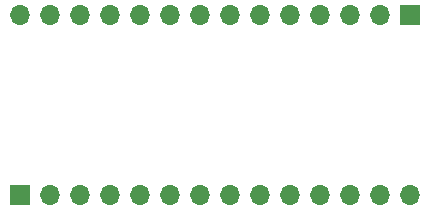
<source format=gbr>
%TF.GenerationSoftware,KiCad,Pcbnew,(6.0.0-0)*%
%TF.CreationDate,2022-01-31T01:53:58-05:00*%
%TF.ProjectId,PLCC32-Adapter,504c4343-3332-42d4-9164-61707465722e,rev?*%
%TF.SameCoordinates,Original*%
%TF.FileFunction,Copper,L2,Bot*%
%TF.FilePolarity,Positive*%
%FSLAX46Y46*%
G04 Gerber Fmt 4.6, Leading zero omitted, Abs format (unit mm)*
G04 Created by KiCad (PCBNEW (6.0.0-0)) date 2022-01-31 01:53:58*
%MOMM*%
%LPD*%
G01*
G04 APERTURE LIST*
%TA.AperFunction,ComponentPad*%
%ADD10R,1.700000X1.700000*%
%TD*%
%TA.AperFunction,ComponentPad*%
%ADD11O,1.700000X1.700000*%
%TD*%
G04 APERTURE END LIST*
D10*
%TO.P,J1,1,Pin_1*%
%TO.N,Net-(J1-Pad1)*%
X140970000Y-104394000D03*
D11*
%TO.P,J1,2,Pin_2*%
%TO.N,Net-(J1-Pad2)*%
X138430000Y-104394000D03*
%TO.P,J1,3,Pin_3*%
%TO.N,Net-(J1-Pad3)*%
X135890000Y-104394000D03*
%TO.P,J1,4,Pin_4*%
%TO.N,Net-(J1-Pad4)*%
X133350000Y-104394000D03*
%TO.P,J1,5,Pin_5*%
%TO.N,Net-(J1-Pad5)*%
X130810000Y-104394000D03*
%TO.P,J1,6,Pin_6*%
%TO.N,Net-(J1-Pad6)*%
X128270000Y-104394000D03*
%TO.P,J1,7,Pin_7*%
%TO.N,Net-(J1-Pad7)*%
X125730000Y-104394000D03*
%TO.P,J1,8,Pin_8*%
%TO.N,Net-(J1-Pad8)*%
X123190000Y-104394000D03*
%TO.P,J1,9,Pin_9*%
%TO.N,Net-(J1-Pad9)*%
X120650000Y-104394000D03*
%TO.P,J1,10,Pin_10*%
%TO.N,Net-(J1-Pad10)*%
X118110000Y-104394000D03*
%TO.P,J1,11,Pin_11*%
%TO.N,Net-(J1-Pad11)*%
X115570000Y-104394000D03*
%TO.P,J1,12,Pin_12*%
%TO.N,Net-(J1-Pad12)*%
X113030000Y-104394000D03*
%TO.P,J1,13,Pin_13*%
%TO.N,Net-(J1-Pad13)*%
X110490000Y-104394000D03*
%TO.P,J1,14,Pin_14*%
%TO.N,VCC*%
X107950000Y-104394000D03*
%TD*%
D10*
%TO.P,J2,1,Pin_1*%
%TO.N,Net-(J2-Pad1)*%
X107950000Y-119634000D03*
D11*
%TO.P,J2,2,Pin_2*%
%TO.N,Net-(J2-Pad2)*%
X110490000Y-119634000D03*
%TO.P,J2,3,Pin_3*%
%TO.N,Net-(J2-Pad3)*%
X113030000Y-119634000D03*
%TO.P,J2,4,Pin_4*%
%TO.N,Net-(J2-Pad4)*%
X115570000Y-119634000D03*
%TO.P,J2,5,Pin_5*%
%TO.N,Net-(J2-Pad5)*%
X118110000Y-119634000D03*
%TO.P,J2,6,Pin_6*%
%TO.N,Net-(J2-Pad6)*%
X120650000Y-119634000D03*
%TO.P,J2,7,Pin_7*%
%TO.N,Net-(J2-Pad7)*%
X123190000Y-119634000D03*
%TO.P,J2,8,Pin_8*%
%TO.N,Net-(J2-Pad8)*%
X125730000Y-119634000D03*
%TO.P,J2,9,Pin_9*%
%TO.N,Net-(J2-Pad9)*%
X128270000Y-119634000D03*
%TO.P,J2,10,Pin_10*%
%TO.N,Net-(J2-Pad10)*%
X130810000Y-119634000D03*
%TO.P,J2,11,Pin_11*%
%TO.N,Net-(J2-Pad11)*%
X133350000Y-119634000D03*
%TO.P,J2,12,Pin_12*%
%TO.N,Net-(J2-Pad12)*%
X135890000Y-119634000D03*
%TO.P,J2,13,Pin_13*%
%TO.N,Net-(J2-Pad13)*%
X138430000Y-119634000D03*
%TO.P,J2,14,Pin_14*%
%TO.N,GND*%
X140970000Y-119634000D03*
%TD*%
M02*

</source>
